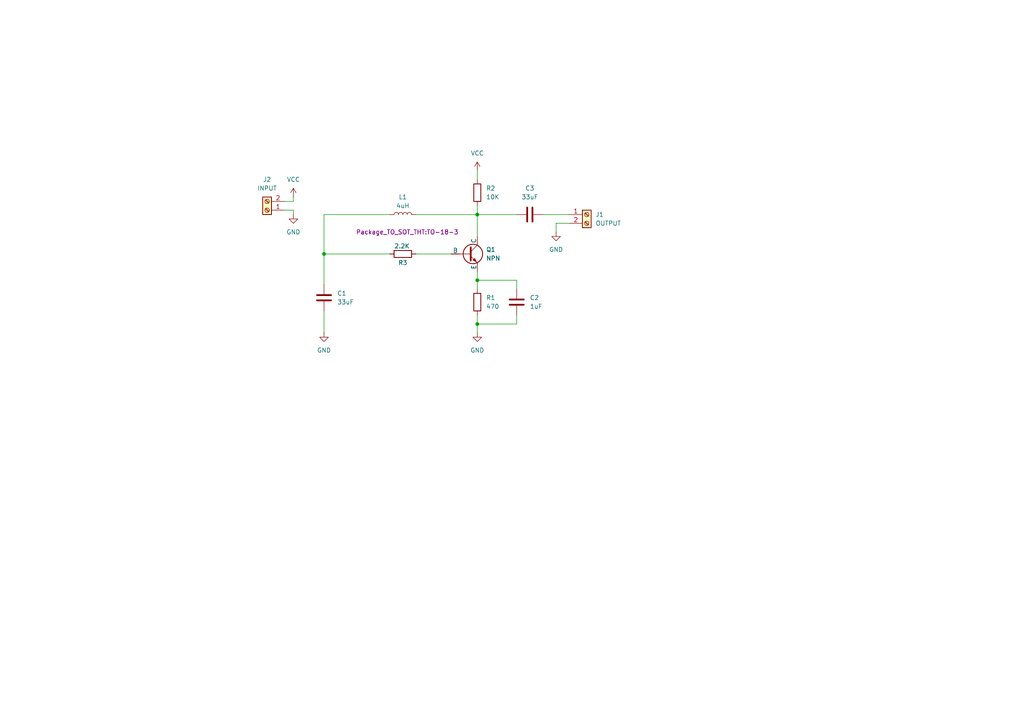
<source format=kicad_sch>
(kicad_sch (version 20231120) (generator "eeschema") (generator_version "8.0")
  (paper "A4")
  (lib_symbols
    (symbol "Connector:Screw_Terminal_01x02" (pin_names (offset 1.016) hide)
      (property "Reference" "J" (at 0 2.54 0))
      (property "Value" "Screw_Terminal_01x02" (at 0 -5.08 0))
      (symbol "Screw_Terminal_01x02_1_1"
        (rectangle (start -1.27 1.27) (end 1.27 -3.81) (stroke (width 0.254)) (fill (type background)))
        (circle (center 0 -2.54) (radius 0.635) (stroke (width 0.1524)))
        (polyline (pts (xy -0.5334 -2.2098) (xy 0.3302 -3.048)) (stroke (width 0.1524)))
        (polyline (pts (xy -0.5334 0.3302) (xy 0.3302 -0.508)) (stroke (width 0.1524)))
        (polyline (pts (xy -0.3556 -2.032) (xy 0.508 -2.8702)) (stroke (width 0.1524)))
        (polyline (pts (xy -0.3556 0.508) (xy 0.508 -0.3302)) (stroke (width 0.1524)))
        (circle (center 0 0) (radius 0.635) (stroke (width 0.1524)))
        (pin passive line (at -5.08 0 0) (length 3.81) (name "Pin_1") (number "1"))
        (pin passive line (at -5.08 -2.54 0) (length 3.81) (name "Pin_2") (number "2"))
      )
    )
    (symbol "Device:C" (pin_numbers hide) (pin_names (offset 0.254))
      (property "Reference" "C" (at 0.635 2.54 0))
      (property "Value" "C" (at 0.635 -2.54 0))
      (symbol "C_0_1"
        (polyline (pts (xy -2.032 -0.762) (xy 2.032 -0.762)) (stroke (width 0.508)))
        (polyline (pts (xy -2.032 0.762) (xy 2.032 0.762)) (stroke (width 0.508)))
      )
      (symbol "C_1_1"
        (pin passive line (at 0 3.81 270) (length 2.794) (name "~") (number "1"))
        (pin passive line (at 0 -3.81 90) (length 2.794) (name "~") (number "2"))
      )
    )
    (symbol "Device:L" (pin_numbers hide) (pin_names (offset 1.016) hide)
      (property "Reference" "L" (at -1.27 0 90))
      (property "Value" "L" (at 1.905 0 90))
      (symbol "L_0_1"
        (arc (start 0 -2.54) (mid 0.6323 -1.905) (end 0 -1.27))
        (arc (start 0 -1.27) (mid 0.6323 -0.635) (end 0 0))
        (arc (start 0 0) (mid 0.6323 0.635) (end 0 1.27))
        (arc (start 0 1.27) (mid 0.6323 1.905) (end 0 2.54))
      )
      (symbol "L_1_1"
        (pin passive line (at 0 3.81 270) (length 1.27) (name "1") (number "1"))
        (pin passive line (at 0 -3.81 90) (length 1.27) (name "2") (number "2"))
      )
    )
    (symbol "Device:R" (pin_numbers hide) (pin_names (offset 0))
      (property "Reference" "R" (at 2.032 0 90))
      (property "Value" "R" (at 0 0 90))
      (symbol "R_0_1"
        (rectangle (start -1.016 -2.54) (end 1.016 2.54) (stroke (width 0.254)))
      )
      (symbol "R_1_1"
        (pin passive line (at 0 3.81 270) (length 1.27) (name "~") (number "1"))
        (pin passive line (at 0 -3.81 90) (length 1.27) (name "~") (number "2"))
      )
    )
    (symbol "Simulation_SPICE:NPN" (pin_numbers hide) (pin_names (offset 0))
      (property "Reference" "Q" (at -2.54 7.62 0))
      (property "Value" "NPN" (at -2.54 5.08 0))
      (symbol "NPN_0_1"
        (polyline (pts (xy -2.54 0) (xy 0.635 0)) (stroke (width 0.1524)))
        (polyline (pts (xy 0.635 0.635) (xy 2.54 2.54)))
        (polyline (pts (xy 2.794 -1.27) (xy 2.794 -1.27)) (stroke (width 0.1524)))
        (polyline (pts (xy 2.794 -1.27) (xy 2.794 -1.27)) (stroke (width 0.1524)))
        (polyline (pts (xy 0.635 -0.635) (xy 2.54 -2.54) (xy 2.54 -2.54)))
        (polyline (pts (xy 0.635 1.905) (xy 0.635 -1.905) (xy 0.635 -1.905)) (stroke (width 0.508)))
        (polyline (pts (xy 1.27 -1.778) (xy 1.778 -1.27) (xy 2.286 -2.286) (xy 1.27 -1.778) (xy 1.27 -1.778)) (fill (type outline)))
        (circle (center 1.27 0) (radius 2.8194) (stroke (width 0.254)))
      )
      (symbol "NPN_1_1"
        (pin open_collector line (at 2.54 5.08 270) (length 2.54) (name "C") (number "1"))
        (pin input line (at -5.08 0 0) (length 2.54) (name "B") (number "2"))
        (pin open_emitter line (at 2.54 -5.08 90) (length 2.54) (name "E") (number "3"))
      )
    )
    (symbol "power:GND" (power) (pin_numbers hide) (pin_names (offset 0) hide)
      (property "Value" "GND" (at 0 -3.81 0))
      (symbol "GND_0_1"
        (polyline (pts (xy 0 0) (xy 0 -1.27) (xy 1.27 -1.27) (xy 0 -2.54) (xy -1.27 -1.27) (xy 0 -1.27)))
      )
      (symbol "GND_1_1"
        (pin power_in line (at 0 0 270) (length 0) (name "~") (number "1"))
      )
    )
    (symbol "power:VCC" (power) (pin_numbers hide) (pin_names (offset 0) hide)
      (property "Value" "VCC" (at 0 3.556 0))
      (symbol "VCC_0_1"
        (polyline (pts (xy -0.762 1.27) (xy 0 2.54)))
        (polyline (pts (xy 0 0) (xy 0 2.54)))
        (polyline (pts (xy 0 2.54) (xy 0.762 1.27)))
      )
      (symbol "VCC_1_1"
        (pin power_in line (at 0 0 90) (length 0) (name "~") (number "1"))
      )
    )
  )
  (junction (at 93.98 73.66))
  (junction (at 138.43 62.23))
  (junction (at 138.43 93.98))
  (junction (at 138.43 81.28))
  (wire (pts (xy 138.43 93.98) (xy 138.43 96.52)))
  (wire (pts (xy 93.98 82.55) (xy 93.98 73.66)))
  (wire (pts (xy 93.98 73.66) (xy 113.03 73.66)))
  (wire (pts (xy 138.43 62.23) (xy 149.86 62.23)))
  (wire (pts (xy 149.86 91.44) (xy 149.86 93.98)))
  (wire (pts (xy 161.29 64.77) (xy 165.1 64.77)))
  (wire (pts (xy 157.48 62.23) (xy 165.1 62.23)))
  (wire (pts (xy 85.09 60.96) (xy 85.09 62.23)))
  (wire (pts (xy 138.43 62.23) (xy 138.43 68.58)))
  (wire (pts (xy 138.43 49.53) (xy 138.43 52.07)))
  (wire (pts (xy 120.65 62.23) (xy 138.43 62.23)))
  (wire (pts (xy 149.86 81.28) (xy 149.86 83.82)))
  (wire (pts (xy 85.09 58.42) (xy 85.09 57.15)))
  (wire (pts (xy 93.98 73.66) (xy 93.98 62.23)))
  (wire (pts (xy 138.43 59.69) (xy 138.43 62.23)))
  (wire (pts (xy 138.43 78.74) (xy 138.43 81.28)))
  (wire (pts (xy 82.55 60.96) (xy 85.09 60.96)))
  (wire (pts (xy 149.86 93.98) (xy 138.43 93.98)))
  (wire (pts (xy 161.29 67.31) (xy 161.29 64.77)))
  (wire (pts (xy 138.43 81.28) (xy 149.86 81.28)))
  (wire (pts (xy 93.98 62.23) (xy 113.03 62.23)))
  (wire (pts (xy 138.43 91.44) (xy 138.43 93.98)))
  (wire (pts (xy 93.98 90.17) (xy 93.98 96.52)))
  (wire (pts (xy 120.65 73.66) (xy 130.81 73.66)))
  (wire (pts (xy 138.43 81.28) (xy 138.43 83.82)))
  (wire (pts (xy 82.55 58.42) (xy 85.09 58.42)))
  (symbol (lib_id "Device:R") (at 138.43 55.88 0) (unit 1)
    (property "Reference" "R2" (at 140.97 54.6099 0) (effects (justify left)))
    (property "Value" "10K" (at 140.97 57.1499 0) (effects (justify left)))
    (property "Footprint" "Resistor_THT:R_Axial_DIN0207_L6.3mm_D2.5mm_P7.62mm_Horizontal" (effects (hide yes)))
    (property "Description" "Resistor" (effects (hide yes)))
  )
  (symbol (lib_id "Connector:Screw_Terminal_01x02") (at 170.18 62.23 0) (unit 1)
    (property "Reference" "J1" (at 172.72 62.2299 0) (effects (justify left)))
    (property "Value" "OUTPUT" (at 172.72 64.7699 0) (effects (justify left)))
    (property "Footprint" "TerminalBlock:TerminalBlock_Xinya_XY308-2.54-2P_1x02_P2.54mm_Horizontal" (effects (hide yes)))
    (property "Description" "Generic screw terminal, single row, 01x02, script generated (kicad-library-utils/schlib/autogen/connector/)" (effects (hide yes)))
  )
  (symbol (lib_id "power:VCC") (at 85.09 57.15 0) (unit 1)
    (property "Reference" "#PWR05" (effects (hide yes)))
    (property "Value" "VCC" (at 85.09 52.07 0))
    (property "Description" "Power symbol creates a global label with name \"VCC\"" (effects (hide yes)))
  )
  (symbol (lib_id "Device:R") (at 138.43 87.63 0) (unit 1)
    (property "Reference" "R1" (at 140.97 86.3599 0) (effects (justify left)))
    (property "Value" "470" (at 140.97 88.8999 0) (effects (justify left)))
    (property "Footprint" "Resistor_THT:R_Axial_DIN0207_L6.3mm_D2.5mm_P7.62mm_Horizontal" (effects (hide yes)))
    (property "Description" "Resistor" (effects (hide yes)))
  )
  (symbol (lib_id "Device:C") (at 153.67 62.23 90) (unit 1)
    (property "Reference" "C3" (at 153.67 54.61 90))
    (property "Value" "33uF" (at 153.67 57.15 90))
    (property "Footprint" "Capacitor_THT:C_Disc_D5.0mm_W2.5mm_P2.50mm" (effects (hide yes)))
    (property "Description" "Unpolarized capacitor" (effects (hide yes)))
  )
  (symbol (lib_id "Device:C") (at 93.98 86.36 0) (unit 1)
    (property "Reference" "C1" (at 97.79 85.0899 0) (effects (justify left)))
    (property "Value" "33uF" (at 97.79 87.6299 0) (effects (justify left)))
    (property "Footprint" "Capacitor_THT:C_Disc_D5.0mm_W2.5mm_P2.50mm" (effects (hide yes)))
    (property "Description" "Unpolarized capacitor" (effects (hide yes)))
  )
  (symbol (lib_id "power:GND") (at 85.09 62.23 0) (unit 1)
    (property "Reference" "#PWR06" (effects (hide yes)))
    (property "Value" "GND" (at 85.09 67.31 0))
    (property "Description" "Power symbol creates a global label with name \"GND\" , ground" (effects (hide yes)))
  )
  (symbol (lib_id "power:GND") (at 93.98 96.52 0) (unit 1)
    (property "Reference" "#PWR03" (effects (hide yes)))
    (property "Value" "GND" (at 93.98 101.6 0))
    (property "Description" "Power symbol creates a global label with name \"GND\" , ground" (effects (hide yes)))
  )
  (symbol (lib_id "Simulation_SPICE:NPN") (at 135.89 73.66 0) (unit 1)
    (property "Reference" "Q1" (at 140.97 72.3899 0) (effects (justify left)))
    (property "Value" "NPN" (at 140.97 74.9299 0) (effects (justify left)))
    (property "Footprint" "Package_TO_SOT_THT:TO-18-3" (at 118.11 67.31 0))
    (property "Datasheet" "https://ngspice.sourceforge.io/docs/ngspice-html-manual/manual.xhtml#cha_BJTs" (effects (hide yes)))
    (property "Description" "Bipolar transistor symbol for simulation only, substrate tied to the emitter" (effects (hide yes)))
    (property "Sim.Device" "NPN" (effects (hide yes)))
    (property "Sim.Type" "GUMMELPOON" (effects (hide yes)))
    (property "Sim.Pins" "1=C 2=B 3=E" (effects (hide yes)))
  )
  (symbol (lib_id "Device:R") (at 116.84 73.66 90) (unit 1)
    (property "Reference" "R3" (at 116.84 76.2 90))
    (property "Value" "2.2K" (at 116.586 71.374 90))
    (property "Footprint" "Resistor_THT:R_Axial_DIN0207_L6.3mm_D2.5mm_P7.62mm_Horizontal" (effects (hide yes)))
    (property "Description" "Resistor" (effects (hide yes)))
  )
  (symbol (lib_id "Device:L") (at 116.84 62.23 90) (unit 1)
    (property "Reference" "L1" (at 116.84 57.15 90))
    (property "Value" "4uH" (at 116.84 59.69 90))
    (property "Footprint" "Inductor_THT:L_Axial_L5.3mm_D2.2mm_P10.16mm_Horizontal_Vishay_IM-1" (effects (hide yes)))
    (property "Description" "Inductor" (effects (hide yes)))
  )
  (symbol (lib_id "Connector:Screw_Terminal_01x02") (at 77.47 60.96 180) (unit 1)
    (property "Reference" "J2" (at 77.47 52.07 0))
    (property "Value" "INPUT" (at 77.47 54.61 0))
    (property "Footprint" "TerminalBlock:TerminalBlock_Xinya_XY308-2.54-2P_1x02_P2.54mm_Horizontal" (effects (hide yes)))
    (property "Description" "Generic screw terminal, single row, 01x02, script generated (kicad-library-utils/schlib/autogen/connector/)" (effects (hide yes)))
  )
  (symbol (lib_id "Device:C") (at 149.86 87.63 0) (unit 1)
    (property "Reference" "C2" (at 153.67 86.3599 0) (effects (justify left)))
    (property "Value" "1uF" (at 153.67 88.8999 0) (effects (justify left)))
    (property "Footprint" "Capacitor_THT:C_Disc_D5.0mm_W2.5mm_P2.50mm" (effects (hide yes)))
    (property "Description" "Unpolarized capacitor" (effects (hide yes)))
  )
  (symbol (lib_id "power:GND") (at 161.29 67.31 0) (unit 1)
    (property "Reference" "#PWR04" (effects (hide yes)))
    (property "Value" "GND" (at 161.29 72.39 0))
    (property "Description" "Power symbol creates a global label with name \"GND\" , ground" (effects (hide yes)))
  )
  (symbol (lib_id "power:VCC") (at 138.43 49.53 0) (unit 1)
    (property "Reference" "#PWR01" (effects (hide yes)))
    (property "Value" "VCC" (at 138.43 44.45 0))
    (property "Description" "Power symbol creates a global label with name \"VCC\"" (effects (hide yes)))
  )
  (symbol (lib_id "power:GND") (at 138.43 96.52 0) (unit 1)
    (property "Reference" "#PWR02" (effects (hide yes)))
    (property "Value" "GND" (at 138.43 101.6 0))
    (property "Description" "Power symbol creates a global label with name \"GND\" , ground" (effects (hide yes)))
  )
)
</source>
